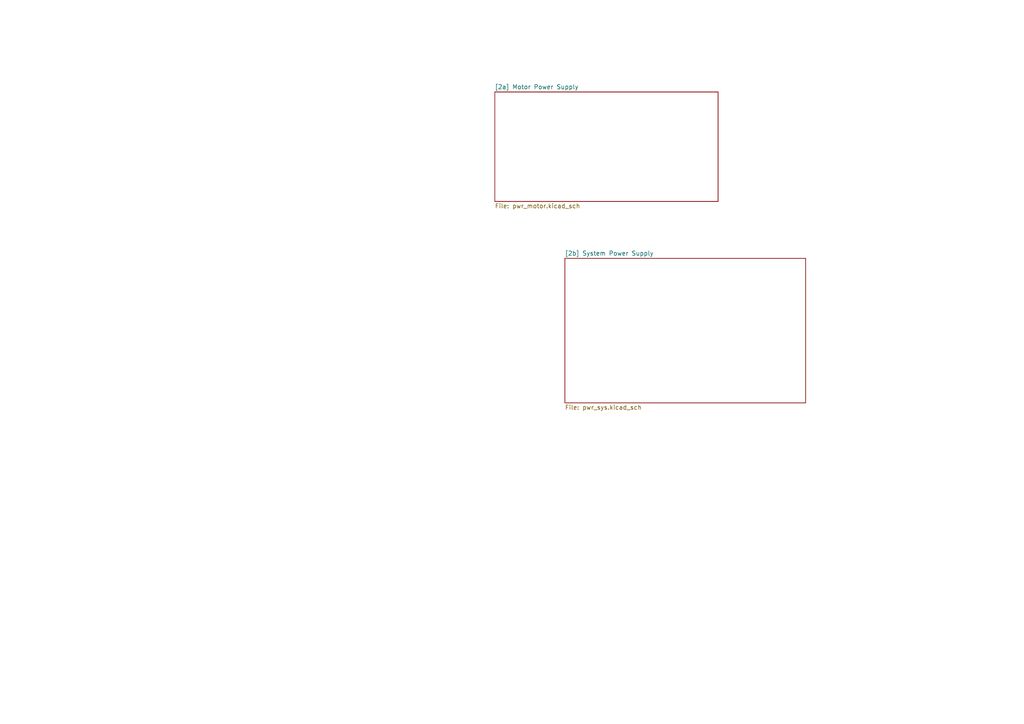
<source format=kicad_sch>
(kicad_sch
	(version 20250114)
	(generator "eeschema")
	(generator_version "9.0")
	(uuid "ad3c322f-d007-4c38-9c24-6acd084f67ac")
	(paper "A4")
	(lib_symbols)
	(sheet
		(at 143.51 26.67)
		(size 64.77 31.75)
		(exclude_from_sim no)
		(in_bom yes)
		(on_board yes)
		(dnp no)
		(fields_autoplaced yes)
		(stroke
			(width 0.1524)
			(type solid)
		)
		(fill
			(color 0 0 0 0.0000)
		)
		(uuid "2f9f6df0-57c6-46a7-8f22-b0c2ea8fe878")
		(property "Sheetname" "[2a] Motor Power Supply"
			(at 143.51 25.9584 0)
			(effects
				(font
					(size 1.27 1.27)
				)
				(justify left bottom)
			)
		)
		(property "Sheetfile" "pwr_motor.kicad_sch"
			(at 143.51 59.0046 0)
			(effects
				(font
					(size 1.27 1.27)
				)
				(justify left top)
			)
		)
		(instances
			(project "Bad Apple"
				(path "/e63e39d7-6ac0-4ffd-8aa3-1841a4541b55/98ed4f83-ccd5-4176-a771-f91be77d4327"
					(page "4")
				)
			)
		)
	)
	(sheet
		(at 163.83 74.93)
		(size 69.85 41.91)
		(exclude_from_sim no)
		(in_bom yes)
		(on_board yes)
		(dnp no)
		(fields_autoplaced yes)
		(stroke
			(width 0.1524)
			(type solid)
		)
		(fill
			(color 0 0 0 0.0000)
		)
		(uuid "6429504f-567e-478a-8f7f-92926a106ca4")
		(property "Sheetname" "[2b] System Power Supply"
			(at 163.83 74.2184 0)
			(effects
				(font
					(size 1.27 1.27)
				)
				(justify left bottom)
			)
		)
		(property "Sheetfile" "pwr_sys.kicad_sch"
			(at 163.83 117.4246 0)
			(effects
				(font
					(size 1.27 1.27)
				)
				(justify left top)
			)
		)
		(instances
			(project "Bad Apple"
				(path "/e63e39d7-6ac0-4ffd-8aa3-1841a4541b55/98ed4f83-ccd5-4176-a771-f91be77d4327"
					(page "5")
				)
			)
		)
	)
)

</source>
